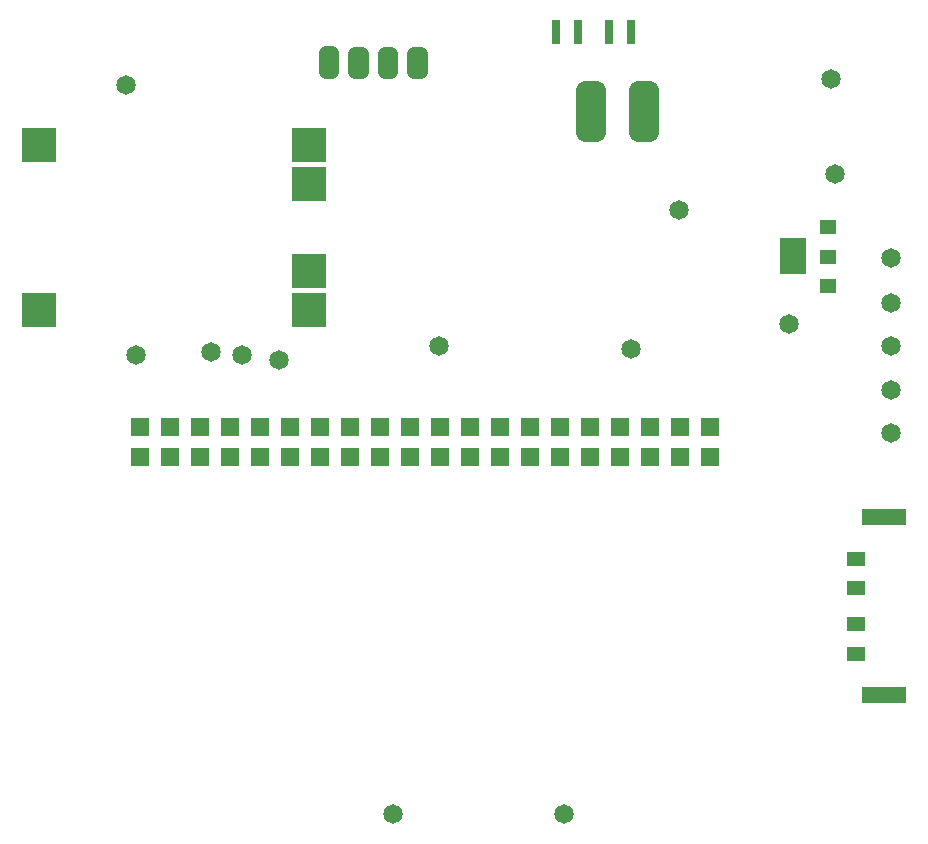
<source format=gbr>
G04 EAGLE Gerber X2 export*
%TF.Part,Single*%
%TF.FileFunction,Paste,Bot*%
%TF.FilePolarity,Positive*%
%TF.GenerationSoftware,Autodesk,EAGLE,9.0.0*%
%TF.CreationDate,2018-08-21T14:51:34Z*%
G75*
%MOMM*%
%FSLAX34Y34*%
%LPD*%
%AMOC8*
5,1,8,0,0,1.08239X$1,22.5*%
G01*
%ADD10C,1.120138*%
%ADD11R,1.524000X1.524000*%
%ADD12R,0.772159X2.021841*%
%ADD13R,1.397000X1.270000*%
%ADD14R,2.286000X3.098800*%
%ADD15R,1.600200X1.143000*%
%ADD16R,3.810000X1.473200*%
%ADD17R,2.921000X2.921000*%
%ADD18C,1.574800*%
%ADD19C,1.651000*%


D10*
X666932Y910705D02*
X673512Y910705D01*
X673512Y893965D01*
X666932Y893965D01*
X666932Y910705D01*
X666932Y905165D02*
X673512Y905165D01*
X691667Y910786D02*
X698247Y910786D01*
X698247Y894046D01*
X691667Y894046D01*
X691667Y910786D01*
X691667Y905246D02*
X698247Y905246D01*
D11*
X967740Y568078D03*
X967740Y593478D03*
X942340Y568078D03*
X942340Y593478D03*
X916940Y568078D03*
X916940Y593478D03*
X891540Y568078D03*
X891540Y593478D03*
X866140Y568078D03*
X866140Y593478D03*
X840740Y568078D03*
X840740Y593478D03*
X815340Y568078D03*
X815340Y593478D03*
X789940Y568078D03*
X789940Y593478D03*
X764540Y568078D03*
X764540Y593478D03*
X739140Y568078D03*
X739140Y593478D03*
X713740Y568078D03*
X713740Y593478D03*
X688340Y568078D03*
X688340Y593478D03*
X662940Y568078D03*
X662940Y593478D03*
X637540Y568078D03*
X637540Y593478D03*
X612140Y568078D03*
X612140Y593478D03*
X586740Y568078D03*
X586740Y593478D03*
X561340Y568078D03*
X561340Y593478D03*
X535940Y568078D03*
X535940Y593478D03*
X510540Y568078D03*
X510540Y593478D03*
X485140Y568078D03*
X485140Y593478D03*
D12*
X901383Y928497D03*
X882333Y928497D03*
X856298Y928497D03*
X837375Y928497D03*
D13*
X1068070Y762921D03*
X1068070Y737921D03*
X1068070Y712921D03*
D14*
X1037844Y738283D03*
D15*
X1091787Y482092D03*
X1091787Y457200D03*
X1091787Y426720D03*
X1091787Y401828D03*
D16*
X1115028Y517271D03*
X1115028Y366649D03*
D17*
X400150Y692655D03*
X400150Y832355D03*
X628750Y692655D03*
X628750Y725675D03*
X628750Y799335D03*
X628750Y832355D03*
D18*
X906748Y878872D02*
X916400Y878872D01*
X916400Y843820D01*
X906748Y843820D01*
X906748Y878872D01*
X906748Y859567D02*
X916400Y859567D01*
X916400Y875314D02*
X906748Y875314D01*
X871419Y878797D02*
X861767Y878797D01*
X871419Y878797D02*
X871419Y843745D01*
X861767Y843745D01*
X861767Y878797D01*
X861767Y859492D02*
X871419Y859492D01*
X871419Y875239D02*
X861767Y875239D01*
D10*
X648172Y910816D02*
X641592Y910816D01*
X648172Y910816D02*
X648172Y894076D01*
X641592Y894076D01*
X641592Y910816D01*
X641592Y905276D02*
X648172Y905276D01*
X716618Y910735D02*
X723198Y910735D01*
X723198Y893995D01*
X716618Y893995D01*
X716618Y910735D01*
X716618Y905195D02*
X723198Y905195D01*
D19*
X1120902Y625348D03*
X1120902Y588518D03*
X1120902Y662178D03*
X1120902Y699008D03*
X1120902Y737108D03*
X545592Y657098D03*
X482092Y654558D03*
X602742Y650748D03*
X571516Y654802D03*
X901192Y659638D03*
X1034542Y681228D03*
X1073912Y808228D03*
X941832Y777748D03*
X844042Y265938D03*
X699262Y265938D03*
X738632Y662178D03*
X1070102Y888238D03*
X473182Y883138D03*
M02*

</source>
